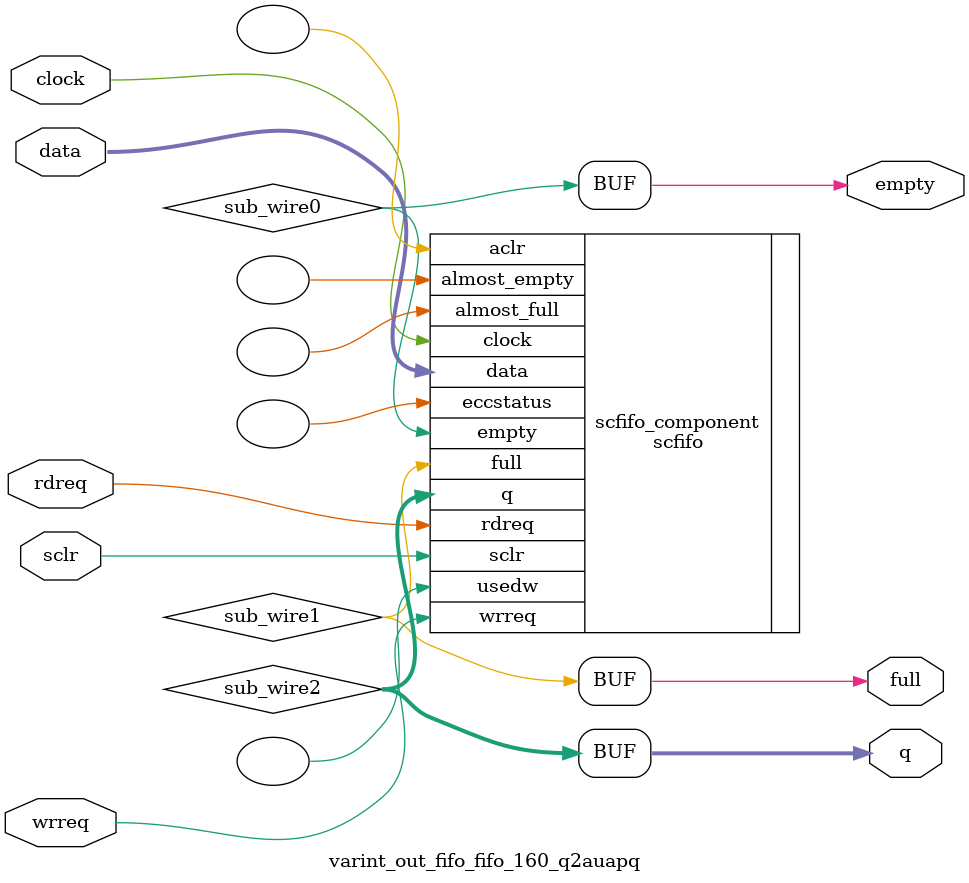
<source format=v>



`timescale 1 ps / 1 ps
// synopsys translate_on
module  varint_out_fifo_fifo_160_q2auapq  (
    clock,
    data,
    rdreq,
    sclr,
    wrreq,
    empty,
    full,
    q);

    input    clock;
    input  [7:0]  data;
    input    rdreq;
    input    sclr;
    input    wrreq;
    output   empty;
    output   full;
    output [7:0]  q;

    wire  sub_wire0;
    wire  sub_wire1;
    wire [7:0] sub_wire2;
    wire  empty = sub_wire0;
    wire  full = sub_wire1;
    wire [7:0] q = sub_wire2[7:0];

    scfifo  scfifo_component (
                .clock (clock),
                .data (data),
                .rdreq (rdreq),
                .sclr (sclr),
                .wrreq (wrreq),
                .empty (sub_wire0),
                .full (sub_wire1),
                .q (sub_wire2),
                .aclr (),
                .almost_empty (),
                .almost_full (),
                .eccstatus (),
                .usedw ());
    defparam
        scfifo_component.add_ram_output_register  = "ON",
        scfifo_component.enable_ecc  = "FALSE",
        scfifo_component.intended_device_family  = "Arria 10",
        scfifo_component.lpm_numwords  = 4096,
        scfifo_component.lpm_showahead  = "OFF",
        scfifo_component.lpm_type  = "scfifo",
        scfifo_component.lpm_width  = 8,
        scfifo_component.lpm_widthu  = 12,
        scfifo_component.overflow_checking  = "ON",
        scfifo_component.underflow_checking  = "ON",
        scfifo_component.use_eab  = "ON";


endmodule



</source>
